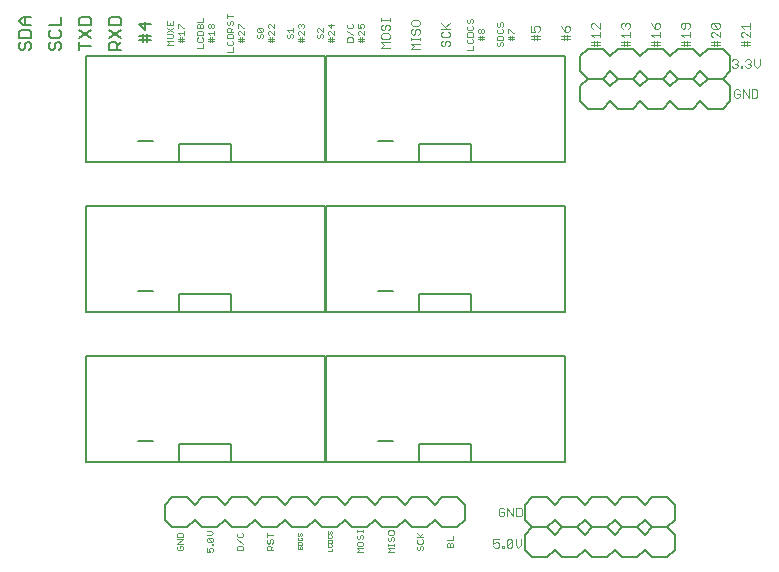
<source format=gto>
G75*
%MOIN*%
%OFA0B0*%
%FSLAX25Y25*%
%IPPOS*%
%LPD*%
%AMOC8*
5,1,8,0,0,1.08239X$1,22.5*
%
%ADD10C,0.00500*%
%ADD11C,0.00300*%
%ADD12C,0.00400*%
%ADD13C,0.00200*%
%ADD14C,0.00800*%
D10*
X0012664Y0175535D02*
X0013331Y0175535D01*
X0013998Y0176202D01*
X0013998Y0177536D01*
X0014666Y0178204D01*
X0015333Y0178204D01*
X0016000Y0177536D01*
X0016000Y0176202D01*
X0015333Y0175535D01*
X0012664Y0175535D02*
X0011997Y0176202D01*
X0011997Y0177536D01*
X0012664Y0178204D01*
X0011997Y0179678D02*
X0011997Y0181680D01*
X0012664Y0182347D01*
X0015333Y0182347D01*
X0016000Y0181680D01*
X0016000Y0179678D01*
X0011997Y0179678D01*
X0013331Y0183822D02*
X0011997Y0185156D01*
X0013331Y0186491D01*
X0016000Y0186491D01*
X0013998Y0186491D02*
X0013998Y0183822D01*
X0013331Y0183822D02*
X0016000Y0183822D01*
X0021997Y0183822D02*
X0026000Y0183822D01*
X0026000Y0186491D01*
X0025333Y0182347D02*
X0026000Y0181680D01*
X0026000Y0180345D01*
X0025333Y0179678D01*
X0022664Y0179678D01*
X0021997Y0180345D01*
X0021997Y0181680D01*
X0022664Y0182347D01*
X0022664Y0178204D02*
X0021997Y0177536D01*
X0021997Y0176202D01*
X0022664Y0175535D01*
X0023331Y0175535D01*
X0023998Y0176202D01*
X0023998Y0177536D01*
X0024666Y0178204D01*
X0025333Y0178204D01*
X0026000Y0177536D01*
X0026000Y0176202D01*
X0025333Y0175535D01*
X0031997Y0175535D02*
X0031997Y0178204D01*
X0031997Y0176869D02*
X0036000Y0176869D01*
X0036000Y0179678D02*
X0031997Y0182347D01*
X0031997Y0183822D02*
X0031997Y0185823D01*
X0032664Y0186491D01*
X0035333Y0186491D01*
X0036000Y0185823D01*
X0036000Y0183822D01*
X0031997Y0183822D01*
X0031997Y0179678D02*
X0036000Y0182347D01*
X0041997Y0182347D02*
X0046000Y0179678D01*
X0046000Y0178204D02*
X0044666Y0176869D01*
X0044666Y0177536D02*
X0044666Y0175535D01*
X0046000Y0175535D02*
X0041997Y0175535D01*
X0041997Y0177536D01*
X0042664Y0178204D01*
X0043998Y0178204D01*
X0044666Y0177536D01*
X0041997Y0179678D02*
X0046000Y0182347D01*
X0046000Y0183822D02*
X0041997Y0183822D01*
X0041997Y0185823D01*
X0042664Y0186491D01*
X0045333Y0186491D01*
X0046000Y0185823D01*
X0046000Y0183822D01*
X0051997Y0184252D02*
X0053998Y0182250D01*
X0053998Y0184919D01*
X0051997Y0184252D02*
X0056000Y0184252D01*
X0054666Y0180775D02*
X0054666Y0178106D01*
X0053331Y0178106D02*
X0053331Y0180108D01*
X0053331Y0180775D01*
X0051997Y0180108D02*
X0056000Y0180108D01*
X0056000Y0178774D02*
X0051997Y0178774D01*
D11*
X0061148Y0178631D02*
X0061849Y0177931D01*
X0061148Y0177230D01*
X0063250Y0177230D01*
X0063250Y0178631D02*
X0061148Y0178631D01*
X0061148Y0179440D02*
X0062900Y0179440D01*
X0063250Y0179790D01*
X0063250Y0180491D01*
X0062900Y0180841D01*
X0061148Y0180841D01*
X0061148Y0181650D02*
X0063250Y0183051D01*
X0063250Y0183860D02*
X0063250Y0185261D01*
X0062199Y0184560D02*
X0062199Y0183860D01*
X0061148Y0183860D02*
X0063250Y0183860D01*
X0064748Y0184156D02*
X0065099Y0184156D01*
X0066500Y0182755D01*
X0066850Y0182755D01*
X0066850Y0181946D02*
X0066850Y0180545D01*
X0066850Y0181246D02*
X0064748Y0181246D01*
X0065449Y0180545D01*
X0065449Y0179736D02*
X0065449Y0179386D01*
X0065449Y0178335D01*
X0066149Y0178335D02*
X0066149Y0179736D01*
X0066850Y0179386D02*
X0064748Y0179386D01*
X0064748Y0178685D02*
X0066850Y0178685D01*
X0063250Y0181650D02*
X0061148Y0183051D01*
X0061148Y0183860D02*
X0061148Y0185261D01*
X0064748Y0184156D02*
X0064748Y0182755D01*
X0071148Y0182755D02*
X0071148Y0183806D01*
X0071499Y0184156D01*
X0071849Y0184156D01*
X0072199Y0183806D01*
X0072199Y0182755D01*
X0073250Y0182755D02*
X0071148Y0182755D01*
X0071499Y0181946D02*
X0071148Y0181596D01*
X0071148Y0180545D01*
X0073250Y0180545D01*
X0073250Y0181596D01*
X0072900Y0181946D01*
X0071499Y0181946D01*
X0073250Y0182755D02*
X0073250Y0183806D01*
X0072900Y0184156D01*
X0072549Y0184156D01*
X0072199Y0183806D01*
X0071148Y0184965D02*
X0073250Y0184965D01*
X0073250Y0186366D01*
X0075099Y0184156D02*
X0075449Y0184156D01*
X0075799Y0183806D01*
X0075799Y0183105D01*
X0075449Y0182755D01*
X0075099Y0182755D01*
X0074748Y0183105D01*
X0074748Y0183806D01*
X0075099Y0184156D01*
X0075799Y0183806D02*
X0076149Y0184156D01*
X0076500Y0184156D01*
X0076850Y0183806D01*
X0076850Y0183105D01*
X0076500Y0182755D01*
X0076149Y0182755D01*
X0075799Y0183105D01*
X0076850Y0181946D02*
X0076850Y0180545D01*
X0076850Y0181246D02*
X0074748Y0181246D01*
X0075449Y0180545D01*
X0075449Y0179736D02*
X0075449Y0179386D01*
X0075449Y0178335D01*
X0076149Y0178335D02*
X0076149Y0179736D01*
X0076850Y0179386D02*
X0074748Y0179386D01*
X0074748Y0178685D02*
X0076850Y0178685D01*
X0081148Y0178281D02*
X0081148Y0177581D01*
X0081499Y0177230D01*
X0082900Y0177230D01*
X0083250Y0177581D01*
X0083250Y0178281D01*
X0082900Y0178631D01*
X0083250Y0179440D02*
X0083250Y0180491D01*
X0082900Y0180841D01*
X0081499Y0180841D01*
X0081148Y0180491D01*
X0081148Y0179440D01*
X0083250Y0179440D01*
X0084748Y0179386D02*
X0086850Y0179386D01*
X0086850Y0178685D02*
X0084748Y0178685D01*
X0085449Y0178335D02*
X0085449Y0179386D01*
X0085449Y0179736D01*
X0086149Y0179736D02*
X0086149Y0178335D01*
X0086850Y0180545D02*
X0085449Y0181946D01*
X0085099Y0181946D01*
X0084748Y0181596D01*
X0084748Y0180895D01*
X0085099Y0180545D01*
X0086850Y0180545D02*
X0086850Y0181946D01*
X0086850Y0182755D02*
X0086500Y0182755D01*
X0085099Y0184156D01*
X0084748Y0184156D01*
X0084748Y0182755D01*
X0083250Y0183051D02*
X0082549Y0182351D01*
X0082549Y0182701D02*
X0082549Y0181650D01*
X0083250Y0181650D02*
X0081148Y0181650D01*
X0081148Y0182701D01*
X0081499Y0183051D01*
X0082199Y0183051D01*
X0082549Y0182701D01*
X0082900Y0183860D02*
X0083250Y0184210D01*
X0083250Y0184911D01*
X0082900Y0185261D01*
X0082549Y0185261D01*
X0082199Y0184911D01*
X0082199Y0184210D01*
X0081849Y0183860D01*
X0081499Y0183860D01*
X0081148Y0184210D01*
X0081148Y0184911D01*
X0081499Y0185261D01*
X0081148Y0186070D02*
X0081148Y0187471D01*
X0081148Y0186770D02*
X0083250Y0186770D01*
X0081499Y0178631D02*
X0081148Y0178281D01*
X0083250Y0176422D02*
X0083250Y0175020D01*
X0081148Y0175020D01*
X0073250Y0176125D02*
X0073250Y0177526D01*
X0072900Y0178335D02*
X0073250Y0178685D01*
X0073250Y0179386D01*
X0072900Y0179736D01*
X0072900Y0178335D02*
X0071499Y0178335D01*
X0071148Y0178685D01*
X0071148Y0179386D01*
X0071499Y0179736D01*
X0071148Y0176125D02*
X0073250Y0176125D01*
X0091148Y0179790D02*
X0091499Y0179440D01*
X0091849Y0179440D01*
X0092199Y0179790D01*
X0092199Y0180491D01*
X0092549Y0180841D01*
X0092900Y0180841D01*
X0093250Y0180491D01*
X0093250Y0179790D01*
X0092900Y0179440D01*
X0091148Y0179790D02*
X0091148Y0180491D01*
X0091499Y0180841D01*
X0091499Y0181650D02*
X0091148Y0182000D01*
X0091148Y0182701D01*
X0091499Y0183051D01*
X0092900Y0181650D01*
X0093250Y0182000D01*
X0093250Y0182701D01*
X0092900Y0183051D01*
X0091499Y0183051D01*
X0091499Y0181650D02*
X0092900Y0181650D01*
X0094748Y0181596D02*
X0094748Y0180895D01*
X0095099Y0180545D01*
X0095449Y0179736D02*
X0095449Y0179386D01*
X0095449Y0178335D01*
X0096149Y0178335D02*
X0096149Y0179736D01*
X0096850Y0179386D02*
X0094748Y0179386D01*
X0094748Y0178685D02*
X0096850Y0178685D01*
X0096850Y0180545D02*
X0095449Y0181946D01*
X0095099Y0181946D01*
X0094748Y0181596D01*
X0095099Y0182755D02*
X0094748Y0183105D01*
X0094748Y0183806D01*
X0095099Y0184156D01*
X0095449Y0184156D01*
X0096850Y0182755D01*
X0096850Y0184156D01*
X0096850Y0181946D02*
X0096850Y0180545D01*
X0101148Y0180491D02*
X0101148Y0179790D01*
X0101499Y0179440D01*
X0101849Y0179440D01*
X0102199Y0179790D01*
X0102199Y0180491D01*
X0102549Y0180841D01*
X0102900Y0180841D01*
X0103250Y0180491D01*
X0103250Y0179790D01*
X0102900Y0179440D01*
X0104748Y0179386D02*
X0106850Y0179386D01*
X0106850Y0178685D02*
X0104748Y0178685D01*
X0105449Y0178335D02*
X0105449Y0179386D01*
X0105449Y0179736D01*
X0106149Y0179736D02*
X0106149Y0178335D01*
X0106850Y0180545D02*
X0105449Y0181946D01*
X0105099Y0181946D01*
X0104748Y0181596D01*
X0104748Y0180895D01*
X0105099Y0180545D01*
X0106850Y0180545D02*
X0106850Y0181946D01*
X0106500Y0182755D02*
X0106850Y0183105D01*
X0106850Y0183806D01*
X0106500Y0184156D01*
X0106149Y0184156D01*
X0105799Y0183806D01*
X0105799Y0183456D01*
X0105799Y0183806D02*
X0105449Y0184156D01*
X0105099Y0184156D01*
X0104748Y0183806D01*
X0104748Y0183105D01*
X0105099Y0182755D01*
X0103250Y0183051D02*
X0103250Y0181650D01*
X0103250Y0182351D02*
X0101148Y0182351D01*
X0101849Y0181650D01*
X0101499Y0180841D02*
X0101148Y0180491D01*
X0111148Y0180491D02*
X0111148Y0179790D01*
X0111499Y0179440D01*
X0111849Y0179440D01*
X0112199Y0179790D01*
X0112199Y0180491D01*
X0112549Y0180841D01*
X0112900Y0180841D01*
X0113250Y0180491D01*
X0113250Y0179790D01*
X0112900Y0179440D01*
X0114748Y0179386D02*
X0116850Y0179386D01*
X0116850Y0178685D02*
X0114748Y0178685D01*
X0115449Y0178335D02*
X0115449Y0179386D01*
X0115449Y0179736D01*
X0116149Y0179736D02*
X0116149Y0178335D01*
X0116850Y0180545D02*
X0115449Y0181946D01*
X0115099Y0181946D01*
X0114748Y0181596D01*
X0114748Y0180895D01*
X0115099Y0180545D01*
X0116850Y0180545D02*
X0116850Y0181946D01*
X0115799Y0182755D02*
X0114748Y0183806D01*
X0116850Y0183806D01*
X0115799Y0184156D02*
X0115799Y0182755D01*
X0113250Y0183051D02*
X0113250Y0181650D01*
X0111849Y0183051D01*
X0111499Y0183051D01*
X0111148Y0182701D01*
X0111148Y0182000D01*
X0111499Y0181650D01*
X0111499Y0180841D02*
X0111148Y0180491D01*
X0121148Y0179386D02*
X0121148Y0178335D01*
X0123250Y0178335D01*
X0123250Y0179386D01*
X0122900Y0179736D01*
X0121499Y0179736D01*
X0121148Y0179386D01*
X0123250Y0180545D02*
X0121148Y0181946D01*
X0121499Y0182755D02*
X0122900Y0182755D01*
X0123250Y0183105D01*
X0123250Y0183806D01*
X0122900Y0184156D01*
X0121499Y0184156D02*
X0121148Y0183806D01*
X0121148Y0183105D01*
X0121499Y0182755D01*
X0124748Y0182755D02*
X0125799Y0182755D01*
X0125449Y0183456D01*
X0125449Y0183806D01*
X0125799Y0184156D01*
X0126500Y0184156D01*
X0126850Y0183806D01*
X0126850Y0183105D01*
X0126500Y0182755D01*
X0126850Y0181946D02*
X0126850Y0180545D01*
X0125449Y0181946D01*
X0125099Y0181946D01*
X0124748Y0181596D01*
X0124748Y0180895D01*
X0125099Y0180545D01*
X0125449Y0179736D02*
X0125449Y0179386D01*
X0125449Y0178335D01*
X0126149Y0178335D02*
X0126149Y0179736D01*
X0126850Y0179386D02*
X0124748Y0179386D01*
X0124748Y0178685D02*
X0126850Y0178685D01*
X0124748Y0182755D02*
X0124748Y0184156D01*
X0161148Y0184815D02*
X0161499Y0184465D01*
X0161849Y0184465D01*
X0162199Y0184815D01*
X0162199Y0185516D01*
X0162549Y0185866D01*
X0162900Y0185866D01*
X0163250Y0185516D01*
X0163250Y0184815D01*
X0162900Y0184465D01*
X0162900Y0183656D02*
X0163250Y0183306D01*
X0163250Y0182605D01*
X0162900Y0182255D01*
X0161499Y0182255D01*
X0161148Y0182605D01*
X0161148Y0183306D01*
X0161499Y0183656D01*
X0161148Y0184815D02*
X0161148Y0185516D01*
X0161499Y0185866D01*
X0161499Y0181446D02*
X0161148Y0181096D01*
X0161148Y0180045D01*
X0163250Y0180045D01*
X0163250Y0181096D01*
X0162900Y0181446D01*
X0161499Y0181446D01*
X0161499Y0179236D02*
X0161148Y0178886D01*
X0161148Y0178185D01*
X0161499Y0177835D01*
X0162900Y0177835D01*
X0163250Y0178185D01*
X0163250Y0178886D01*
X0162900Y0179236D01*
X0164748Y0179290D02*
X0166850Y0179290D01*
X0166850Y0179991D02*
X0164748Y0179991D01*
X0165449Y0179991D02*
X0165449Y0180341D01*
X0165449Y0179991D02*
X0165449Y0178940D01*
X0166149Y0178940D02*
X0166149Y0180341D01*
X0166149Y0181150D02*
X0165799Y0181500D01*
X0165799Y0182201D01*
X0166149Y0182551D01*
X0166500Y0182551D01*
X0166850Y0182201D01*
X0166850Y0181500D01*
X0166500Y0181150D01*
X0166149Y0181150D01*
X0165799Y0181500D02*
X0165449Y0181150D01*
X0165099Y0181150D01*
X0164748Y0181500D01*
X0164748Y0182201D01*
X0165099Y0182551D01*
X0165449Y0182551D01*
X0165799Y0182201D01*
X0171148Y0182201D02*
X0171148Y0181500D01*
X0171499Y0181150D01*
X0172900Y0181150D01*
X0173250Y0181500D01*
X0173250Y0182201D01*
X0172900Y0182551D01*
X0172900Y0183360D02*
X0173250Y0183710D01*
X0173250Y0184411D01*
X0172900Y0184761D01*
X0172549Y0184761D01*
X0172199Y0184411D01*
X0172199Y0183710D01*
X0171849Y0183360D01*
X0171499Y0183360D01*
X0171148Y0183710D01*
X0171148Y0184411D01*
X0171499Y0184761D01*
X0171499Y0182551D02*
X0171148Y0182201D01*
X0171499Y0180341D02*
X0171148Y0179991D01*
X0171148Y0178940D01*
X0173250Y0178940D01*
X0173250Y0179991D01*
X0172900Y0180341D01*
X0171499Y0180341D01*
X0171499Y0178131D02*
X0171148Y0177781D01*
X0171148Y0177081D01*
X0171499Y0176730D01*
X0171849Y0176730D01*
X0172199Y0177081D01*
X0172199Y0177781D01*
X0172549Y0178131D01*
X0172900Y0178131D01*
X0173250Y0177781D01*
X0173250Y0177081D01*
X0172900Y0176730D01*
X0174748Y0179290D02*
X0176850Y0179290D01*
X0176850Y0179991D02*
X0174748Y0179991D01*
X0175449Y0179991D02*
X0175449Y0180341D01*
X0175449Y0179991D02*
X0175449Y0178940D01*
X0176149Y0178940D02*
X0176149Y0180341D01*
X0176500Y0181150D02*
X0175099Y0182551D01*
X0174748Y0182551D01*
X0174748Y0181150D01*
X0176500Y0181150D02*
X0176850Y0181150D01*
X0163250Y0177026D02*
X0163250Y0175625D01*
X0161148Y0175625D01*
X0146550Y0014656D02*
X0145499Y0013605D01*
X0145849Y0013255D02*
X0144448Y0014656D01*
X0144448Y0013255D02*
X0146550Y0013255D01*
X0146200Y0012446D02*
X0146550Y0012096D01*
X0146550Y0011395D01*
X0146200Y0011045D01*
X0144799Y0011045D01*
X0144448Y0011395D01*
X0144448Y0012096D01*
X0144799Y0012446D01*
X0144799Y0010236D02*
X0144448Y0009886D01*
X0144448Y0009185D01*
X0144799Y0008835D01*
X0145149Y0008835D01*
X0145499Y0009185D01*
X0145499Y0009886D01*
X0145849Y0010236D01*
X0146200Y0010236D01*
X0146550Y0009886D01*
X0146550Y0009185D01*
X0146200Y0008835D01*
X0154448Y0009940D02*
X0154448Y0010991D01*
X0154799Y0011341D01*
X0155149Y0011341D01*
X0155499Y0010991D01*
X0155499Y0009940D01*
X0156550Y0009940D02*
X0154448Y0009940D01*
X0155499Y0010991D02*
X0155849Y0011341D01*
X0156200Y0011341D01*
X0156550Y0010991D01*
X0156550Y0009940D01*
X0156550Y0012150D02*
X0154448Y0012150D01*
X0156550Y0012150D02*
X0156550Y0013551D01*
X0137050Y0012833D02*
X0137050Y0012132D01*
X0136700Y0011782D01*
X0135999Y0012132D02*
X0135999Y0012833D01*
X0136349Y0013183D01*
X0136700Y0013183D01*
X0137050Y0012833D01*
X0136700Y0013992D02*
X0135299Y0013992D01*
X0134948Y0014342D01*
X0134948Y0015042D01*
X0135299Y0015393D01*
X0136700Y0015393D01*
X0137050Y0015042D01*
X0137050Y0014342D01*
X0136700Y0013992D01*
X0135299Y0013183D02*
X0134948Y0012833D01*
X0134948Y0012132D01*
X0135299Y0011782D01*
X0135649Y0011782D01*
X0135999Y0012132D01*
X0134948Y0011009D02*
X0134948Y0010308D01*
X0134948Y0010659D02*
X0137050Y0010659D01*
X0137050Y0011009D02*
X0137050Y0010308D01*
X0137050Y0009500D02*
X0134948Y0009500D01*
X0135649Y0008799D01*
X0134948Y0008099D01*
X0137050Y0008099D01*
X0126550Y0008099D02*
X0124448Y0008099D01*
X0125149Y0008799D01*
X0124448Y0009500D01*
X0126550Y0009500D01*
X0126200Y0010308D02*
X0126550Y0010659D01*
X0126550Y0011359D01*
X0126200Y0011710D01*
X0124799Y0011710D01*
X0124448Y0011359D01*
X0124448Y0010659D01*
X0124799Y0010308D01*
X0126200Y0010308D01*
X0126200Y0012518D02*
X0126550Y0012869D01*
X0126550Y0013569D01*
X0126200Y0013920D01*
X0125849Y0013920D01*
X0125499Y0013569D01*
X0125499Y0012869D01*
X0125149Y0012518D01*
X0124799Y0012518D01*
X0124448Y0012869D01*
X0124448Y0013569D01*
X0124799Y0013920D01*
X0124448Y0014728D02*
X0124448Y0015429D01*
X0124448Y0015078D02*
X0126550Y0015078D01*
X0126550Y0014728D02*
X0126550Y0015429D01*
X0096550Y0013956D02*
X0094448Y0013956D01*
X0094448Y0014656D02*
X0094448Y0013255D01*
X0094799Y0012446D02*
X0094448Y0012096D01*
X0094448Y0011395D01*
X0094799Y0011045D01*
X0095149Y0011045D01*
X0095499Y0011395D01*
X0095499Y0012096D01*
X0095849Y0012446D01*
X0096200Y0012446D01*
X0096550Y0012096D01*
X0096550Y0011395D01*
X0096200Y0011045D01*
X0096550Y0010236D02*
X0095849Y0009536D01*
X0095849Y0009886D02*
X0095849Y0008835D01*
X0096550Y0008835D02*
X0094448Y0008835D01*
X0094448Y0009886D01*
X0094799Y0010236D01*
X0095499Y0010236D01*
X0095849Y0009886D01*
X0086550Y0009886D02*
X0086550Y0008835D01*
X0084448Y0008835D01*
X0084448Y0009886D01*
X0084799Y0010236D01*
X0086200Y0010236D01*
X0086550Y0009886D01*
X0086550Y0011045D02*
X0084448Y0012446D01*
X0084799Y0013255D02*
X0086200Y0013255D01*
X0086550Y0013605D01*
X0086550Y0014306D01*
X0086200Y0014656D01*
X0084799Y0014656D02*
X0084448Y0014306D01*
X0084448Y0013605D01*
X0084799Y0013255D01*
X0076550Y0012648D02*
X0076550Y0011948D01*
X0076200Y0011598D01*
X0074799Y0012999D01*
X0076200Y0012999D01*
X0076550Y0012648D01*
X0076200Y0011598D02*
X0074799Y0011598D01*
X0074448Y0011948D01*
X0074448Y0012648D01*
X0074799Y0012999D01*
X0074448Y0013807D02*
X0075849Y0013807D01*
X0076550Y0014508D01*
X0075849Y0015209D01*
X0074448Y0015209D01*
X0076200Y0010843D02*
X0076550Y0010843D01*
X0076550Y0010493D01*
X0076200Y0010493D01*
X0076200Y0010843D01*
X0076200Y0009684D02*
X0076550Y0009334D01*
X0076550Y0008633D01*
X0076200Y0008283D01*
X0075499Y0008283D02*
X0075149Y0008983D01*
X0075149Y0009334D01*
X0075499Y0009684D01*
X0076200Y0009684D01*
X0075499Y0008283D02*
X0074448Y0008283D01*
X0074448Y0009684D01*
X0066550Y0009886D02*
X0066200Y0010236D01*
X0065499Y0010236D01*
X0065499Y0009536D01*
X0064799Y0010236D02*
X0064448Y0009886D01*
X0064448Y0009185D01*
X0064799Y0008835D01*
X0066200Y0008835D01*
X0066550Y0009185D01*
X0066550Y0009886D01*
X0066550Y0011045D02*
X0064448Y0011045D01*
X0066550Y0012446D01*
X0064448Y0012446D01*
X0064448Y0013255D02*
X0064448Y0014306D01*
X0064799Y0014656D01*
X0066200Y0014656D01*
X0066550Y0014306D01*
X0066550Y0013255D01*
X0064448Y0013255D01*
D12*
X0170044Y0012402D02*
X0170044Y0011001D01*
X0170978Y0011468D01*
X0171445Y0011468D01*
X0171912Y0011001D01*
X0171912Y0010067D01*
X0171445Y0009600D01*
X0170511Y0009600D01*
X0170044Y0010067D01*
X0170044Y0012402D02*
X0171912Y0012402D01*
X0172990Y0010067D02*
X0173457Y0010067D01*
X0173457Y0009600D01*
X0172990Y0009600D01*
X0172990Y0010067D01*
X0174463Y0010067D02*
X0176332Y0011935D01*
X0176332Y0010067D01*
X0175865Y0009600D01*
X0174930Y0009600D01*
X0174463Y0010067D01*
X0174463Y0011935D01*
X0174930Y0012402D01*
X0175865Y0012402D01*
X0176332Y0011935D01*
X0177410Y0012402D02*
X0177410Y0010534D01*
X0178344Y0009600D01*
X0179278Y0010534D01*
X0179278Y0012402D01*
X0179074Y0020100D02*
X0177673Y0020100D01*
X0177673Y0022902D01*
X0179074Y0022902D01*
X0179542Y0022435D01*
X0179542Y0020567D01*
X0179074Y0020100D01*
X0176595Y0020100D02*
X0176595Y0022902D01*
X0174727Y0022902D02*
X0176595Y0020100D01*
X0174727Y0020100D02*
X0174727Y0022902D01*
X0173648Y0022435D02*
X0173181Y0022902D01*
X0172247Y0022902D01*
X0171780Y0022435D01*
X0171780Y0020567D01*
X0172247Y0020100D01*
X0173181Y0020100D01*
X0173648Y0020567D01*
X0173648Y0021501D01*
X0172714Y0021501D01*
X0250747Y0159600D02*
X0251681Y0159600D01*
X0252148Y0160067D01*
X0252148Y0161001D01*
X0251214Y0161001D01*
X0250280Y0160067D02*
X0250747Y0159600D01*
X0250280Y0160067D02*
X0250280Y0161935D01*
X0250747Y0162402D01*
X0251681Y0162402D01*
X0252148Y0161935D01*
X0253227Y0162402D02*
X0253227Y0159600D01*
X0255095Y0159600D02*
X0255095Y0162402D01*
X0256173Y0162402D02*
X0257574Y0162402D01*
X0258042Y0161935D01*
X0258042Y0160067D01*
X0257574Y0159600D01*
X0256173Y0159600D01*
X0256173Y0162402D01*
X0253227Y0162402D02*
X0255095Y0159600D01*
X0255365Y0169600D02*
X0254430Y0169600D01*
X0253963Y0170067D01*
X0252957Y0170067D02*
X0252957Y0169600D01*
X0252490Y0169600D01*
X0252490Y0170067D01*
X0252957Y0170067D01*
X0251412Y0170067D02*
X0250945Y0169600D01*
X0250011Y0169600D01*
X0249544Y0170067D01*
X0250478Y0171001D02*
X0250945Y0171001D01*
X0251412Y0170534D01*
X0251412Y0170067D01*
X0250945Y0171001D02*
X0251412Y0171468D01*
X0251412Y0171935D01*
X0250945Y0172402D01*
X0250011Y0172402D01*
X0249544Y0171935D01*
X0253963Y0171935D02*
X0254430Y0172402D01*
X0255365Y0172402D01*
X0255832Y0171935D01*
X0255832Y0171468D01*
X0255365Y0171001D01*
X0255832Y0170534D01*
X0255832Y0170067D01*
X0255365Y0169600D01*
X0255365Y0171001D02*
X0254897Y0171001D01*
X0256910Y0170534D02*
X0256910Y0172402D01*
X0256910Y0170534D02*
X0257844Y0169600D01*
X0258778Y0170534D01*
X0258778Y0172402D01*
X0255400Y0177247D02*
X0252598Y0177247D01*
X0252598Y0178181D02*
X0255400Y0178181D01*
X0254466Y0178648D02*
X0254466Y0176780D01*
X0253532Y0176780D02*
X0253532Y0178181D01*
X0253532Y0178648D01*
X0253065Y0179727D02*
X0252598Y0180194D01*
X0252598Y0181128D01*
X0253065Y0181595D01*
X0253532Y0181595D01*
X0255400Y0179727D01*
X0255400Y0181595D01*
X0255400Y0182673D02*
X0255400Y0184542D01*
X0255400Y0183607D02*
X0252598Y0183607D01*
X0253532Y0182673D01*
X0245400Y0183140D02*
X0244933Y0182673D01*
X0243065Y0184542D01*
X0244933Y0184542D01*
X0245400Y0184074D01*
X0245400Y0183140D01*
X0244933Y0182673D02*
X0243065Y0182673D01*
X0242598Y0183140D01*
X0242598Y0184074D01*
X0243065Y0184542D01*
X0243065Y0181595D02*
X0242598Y0181128D01*
X0242598Y0180194D01*
X0243065Y0179727D01*
X0243532Y0178648D02*
X0243532Y0178181D01*
X0243532Y0176780D01*
X0244466Y0176780D02*
X0244466Y0178648D01*
X0245400Y0178181D02*
X0242598Y0178181D01*
X0242598Y0177247D02*
X0245400Y0177247D01*
X0245400Y0179727D02*
X0243532Y0181595D01*
X0243065Y0181595D01*
X0245400Y0181595D02*
X0245400Y0179727D01*
X0235400Y0179727D02*
X0235400Y0181595D01*
X0235400Y0180661D02*
X0232598Y0180661D01*
X0233532Y0179727D01*
X0233532Y0178648D02*
X0233532Y0178181D01*
X0233532Y0176780D01*
X0234466Y0176780D02*
X0234466Y0178648D01*
X0235400Y0178181D02*
X0232598Y0178181D01*
X0232598Y0177247D02*
X0235400Y0177247D01*
X0234933Y0182673D02*
X0235400Y0183140D01*
X0235400Y0184074D01*
X0234933Y0184542D01*
X0233065Y0184542D01*
X0232598Y0184074D01*
X0232598Y0183140D01*
X0233065Y0182673D01*
X0233532Y0182673D01*
X0233999Y0183140D01*
X0233999Y0184542D01*
X0225400Y0184074D02*
X0224933Y0184542D01*
X0224466Y0184542D01*
X0223999Y0184074D01*
X0223999Y0182673D01*
X0224933Y0182673D01*
X0225400Y0183140D01*
X0225400Y0184074D01*
X0223999Y0182673D02*
X0223065Y0183607D01*
X0222598Y0184542D01*
X0222598Y0180661D02*
X0225400Y0180661D01*
X0225400Y0179727D02*
X0225400Y0181595D01*
X0223532Y0179727D02*
X0222598Y0180661D01*
X0223532Y0178648D02*
X0223532Y0178181D01*
X0223532Y0176780D01*
X0224466Y0176780D02*
X0224466Y0178648D01*
X0225400Y0178181D02*
X0222598Y0178181D01*
X0222598Y0177247D02*
X0225400Y0177247D01*
X0215400Y0177247D02*
X0212598Y0177247D01*
X0212598Y0178181D02*
X0215400Y0178181D01*
X0214466Y0178648D02*
X0214466Y0176780D01*
X0213532Y0176780D02*
X0213532Y0178181D01*
X0213532Y0178648D01*
X0213532Y0179727D02*
X0212598Y0180661D01*
X0215400Y0180661D01*
X0215400Y0179727D02*
X0215400Y0181595D01*
X0214933Y0182673D02*
X0215400Y0183140D01*
X0215400Y0184074D01*
X0214933Y0184542D01*
X0214466Y0184542D01*
X0213999Y0184074D01*
X0213999Y0183607D01*
X0213999Y0184074D02*
X0213532Y0184542D01*
X0213065Y0184542D01*
X0212598Y0184074D01*
X0212598Y0183140D01*
X0213065Y0182673D01*
X0205400Y0182673D02*
X0203532Y0184542D01*
X0203065Y0184542D01*
X0202598Y0184074D01*
X0202598Y0183140D01*
X0203065Y0182673D01*
X0202598Y0180661D02*
X0205400Y0180661D01*
X0205400Y0179727D02*
X0205400Y0181595D01*
X0205400Y0182673D02*
X0205400Y0184542D01*
X0202598Y0180661D02*
X0203532Y0179727D01*
X0203532Y0178648D02*
X0203532Y0178181D01*
X0203532Y0176780D01*
X0204466Y0176780D02*
X0204466Y0178648D01*
X0205400Y0178181D02*
X0202598Y0178181D01*
X0202598Y0177247D02*
X0205400Y0177247D01*
X0195400Y0179221D02*
X0192598Y0179221D01*
X0192598Y0180155D02*
X0195400Y0180155D01*
X0194466Y0180622D02*
X0194466Y0178753D01*
X0193532Y0178753D02*
X0193532Y0180155D01*
X0193532Y0180622D01*
X0193999Y0181700D02*
X0193065Y0182634D01*
X0192598Y0183568D01*
X0193999Y0183101D02*
X0193999Y0181700D01*
X0194933Y0181700D01*
X0195400Y0182167D01*
X0195400Y0183101D01*
X0194933Y0183568D01*
X0194466Y0183568D01*
X0193999Y0183101D01*
X0185400Y0183101D02*
X0185400Y0182167D01*
X0184933Y0181700D01*
X0183999Y0181700D02*
X0183532Y0182634D01*
X0183532Y0183101D01*
X0183999Y0183568D01*
X0184933Y0183568D01*
X0185400Y0183101D01*
X0183999Y0181700D02*
X0182598Y0181700D01*
X0182598Y0183568D01*
X0183532Y0180622D02*
X0183532Y0180155D01*
X0183532Y0178753D01*
X0184466Y0178753D02*
X0184466Y0180622D01*
X0185400Y0180155D02*
X0182598Y0180155D01*
X0182598Y0179221D02*
X0185400Y0179221D01*
X0155400Y0180194D02*
X0155400Y0181128D01*
X0154933Y0181595D01*
X0155400Y0182673D02*
X0152598Y0182673D01*
X0153065Y0181595D02*
X0152598Y0181128D01*
X0152598Y0180194D01*
X0153065Y0179727D01*
X0154933Y0179727D01*
X0155400Y0180194D01*
X0154933Y0178648D02*
X0155400Y0178181D01*
X0155400Y0177247D01*
X0154933Y0176780D01*
X0153999Y0177247D02*
X0153999Y0178181D01*
X0154466Y0178648D01*
X0154933Y0178648D01*
X0153999Y0177247D02*
X0153532Y0176780D01*
X0153065Y0176780D01*
X0152598Y0177247D01*
X0152598Y0178181D01*
X0153065Y0178648D01*
X0154466Y0182673D02*
X0152598Y0184542D01*
X0153999Y0183140D02*
X0155400Y0184542D01*
X0145400Y0184123D02*
X0145400Y0185057D01*
X0144933Y0185524D01*
X0143065Y0185524D01*
X0142598Y0185057D01*
X0142598Y0184123D01*
X0143065Y0183655D01*
X0144933Y0183655D01*
X0145400Y0184123D01*
X0144933Y0182577D02*
X0145400Y0182110D01*
X0145400Y0181176D01*
X0144933Y0180709D01*
X0143999Y0181176D02*
X0143999Y0182110D01*
X0144466Y0182577D01*
X0144933Y0182577D01*
X0143999Y0181176D02*
X0143532Y0180709D01*
X0143065Y0180709D01*
X0142598Y0181176D01*
X0142598Y0182110D01*
X0143065Y0182577D01*
X0142598Y0179679D02*
X0142598Y0178745D01*
X0142598Y0179212D02*
X0145400Y0179212D01*
X0145400Y0178745D02*
X0145400Y0179679D01*
X0145400Y0177666D02*
X0142598Y0177666D01*
X0143532Y0176732D01*
X0142598Y0175798D01*
X0145400Y0175798D01*
X0135400Y0176298D02*
X0132598Y0176298D01*
X0133532Y0177232D01*
X0132598Y0178166D01*
X0135400Y0178166D01*
X0134933Y0179245D02*
X0133065Y0179245D01*
X0132598Y0179712D01*
X0132598Y0180646D01*
X0133065Y0181113D01*
X0134933Y0181113D01*
X0135400Y0180646D01*
X0135400Y0179712D01*
X0134933Y0179245D01*
X0134933Y0182191D02*
X0135400Y0182658D01*
X0135400Y0183592D01*
X0134933Y0184059D01*
X0134466Y0184059D01*
X0133999Y0183592D01*
X0133999Y0182658D01*
X0133532Y0182191D01*
X0133065Y0182191D01*
X0132598Y0182658D01*
X0132598Y0183592D01*
X0133065Y0184059D01*
X0132598Y0185138D02*
X0132598Y0186072D01*
X0132598Y0185605D02*
X0135400Y0185605D01*
X0135400Y0185138D02*
X0135400Y0186072D01*
D13*
X0115966Y0015244D02*
X0116200Y0015010D01*
X0116200Y0014543D01*
X0115966Y0014310D01*
X0115499Y0014543D02*
X0115499Y0015010D01*
X0115733Y0015244D01*
X0115966Y0015244D01*
X0115499Y0014543D02*
X0115266Y0014310D01*
X0115032Y0014310D01*
X0114799Y0014543D01*
X0114799Y0015010D01*
X0115032Y0015244D01*
X0115032Y0013771D02*
X0114799Y0013537D01*
X0114799Y0013070D01*
X0115032Y0012837D01*
X0115966Y0012837D01*
X0116200Y0013070D01*
X0116200Y0013537D01*
X0115966Y0013771D01*
X0115966Y0012297D02*
X0115032Y0012297D01*
X0114799Y0012064D01*
X0114799Y0011363D01*
X0116200Y0011363D01*
X0116200Y0012064D01*
X0115966Y0012297D01*
X0115966Y0010824D02*
X0116200Y0010591D01*
X0116200Y0010124D01*
X0115966Y0009890D01*
X0115032Y0009890D01*
X0114799Y0010124D01*
X0114799Y0010591D01*
X0115032Y0010824D01*
X0116200Y0009351D02*
X0116200Y0008417D01*
X0114799Y0008417D01*
X0106200Y0009387D02*
X0105966Y0009153D01*
X0106200Y0009387D02*
X0106200Y0009854D01*
X0105966Y0010088D01*
X0105733Y0010088D01*
X0105499Y0009854D01*
X0105499Y0009387D01*
X0105266Y0009153D01*
X0105032Y0009153D01*
X0104799Y0009387D01*
X0104799Y0009854D01*
X0105032Y0010088D01*
X0104799Y0010627D02*
X0104799Y0011327D01*
X0105032Y0011561D01*
X0105966Y0011561D01*
X0106200Y0011327D01*
X0106200Y0010627D01*
X0104799Y0010627D01*
X0105032Y0012100D02*
X0105966Y0012100D01*
X0106200Y0012334D01*
X0106200Y0012801D01*
X0105966Y0013034D01*
X0105966Y0013573D02*
X0106200Y0013807D01*
X0106200Y0014274D01*
X0105966Y0014507D01*
X0105733Y0014507D01*
X0105499Y0014274D01*
X0105499Y0013807D01*
X0105266Y0013573D01*
X0105032Y0013573D01*
X0104799Y0013807D01*
X0104799Y0014274D01*
X0105032Y0014507D01*
X0105032Y0013034D02*
X0104799Y0012801D01*
X0104799Y0012334D01*
X0105032Y0012100D01*
D14*
X0034236Y0038283D02*
X0034236Y0073323D01*
X0034236Y0073717D02*
X0113764Y0073717D01*
X0113764Y0038283D01*
X0082661Y0038283D01*
X0082661Y0044189D01*
X0065339Y0044189D01*
X0065339Y0038283D01*
X0034236Y0038283D01*
X0051500Y0045075D02*
X0056500Y0045075D01*
X0065339Y0038283D02*
X0082661Y0038283D01*
X0083000Y0026500D02*
X0088000Y0026500D01*
X0090500Y0024000D01*
X0093000Y0026500D01*
X0098000Y0026500D01*
X0100500Y0024000D01*
X0103000Y0026500D01*
X0108000Y0026500D01*
X0110500Y0024000D01*
X0113000Y0026500D01*
X0118000Y0026500D01*
X0120500Y0024000D01*
X0123000Y0026500D01*
X0128000Y0026500D01*
X0130500Y0024000D01*
X0133000Y0026500D01*
X0138000Y0026500D01*
X0140500Y0024000D01*
X0143000Y0026500D01*
X0148000Y0026500D01*
X0150500Y0024000D01*
X0153000Y0026500D01*
X0158000Y0026500D01*
X0160500Y0024000D01*
X0160500Y0019000D01*
X0158000Y0016500D01*
X0153000Y0016500D01*
X0150500Y0019000D01*
X0148000Y0016500D01*
X0143000Y0016500D01*
X0140500Y0019000D01*
X0138000Y0016500D01*
X0133000Y0016500D01*
X0130500Y0019000D01*
X0128000Y0016500D01*
X0123000Y0016500D01*
X0120500Y0019000D01*
X0118000Y0016500D01*
X0113000Y0016500D01*
X0110500Y0019000D01*
X0108000Y0016500D01*
X0103000Y0016500D01*
X0100500Y0019000D01*
X0098000Y0016500D01*
X0093000Y0016500D01*
X0090500Y0019000D01*
X0088000Y0016500D01*
X0083000Y0016500D01*
X0080500Y0019000D01*
X0078000Y0016500D01*
X0073000Y0016500D01*
X0070500Y0019000D01*
X0068000Y0016500D01*
X0063000Y0016500D01*
X0060500Y0019000D01*
X0060500Y0024000D01*
X0063000Y0026500D01*
X0068000Y0026500D01*
X0070500Y0024000D01*
X0073000Y0026500D01*
X0078000Y0026500D01*
X0080500Y0024000D01*
X0083000Y0026500D01*
X0114236Y0038283D02*
X0114236Y0073323D01*
X0114236Y0073717D02*
X0193764Y0073717D01*
X0193764Y0038283D01*
X0162661Y0038283D01*
X0162661Y0044189D01*
X0145339Y0044189D01*
X0145339Y0038283D01*
X0114236Y0038283D01*
X0131500Y0045075D02*
X0136500Y0045075D01*
X0145339Y0038283D02*
X0162661Y0038283D01*
X0180500Y0024000D02*
X0183000Y0026500D01*
X0188000Y0026500D01*
X0190500Y0024000D01*
X0193000Y0026500D01*
X0198000Y0026500D01*
X0200500Y0024000D01*
X0203000Y0026500D01*
X0208000Y0026500D01*
X0210500Y0024000D01*
X0213000Y0026500D01*
X0218000Y0026500D01*
X0220500Y0024000D01*
X0223000Y0026500D01*
X0228000Y0026500D01*
X0230500Y0024000D01*
X0230500Y0019000D01*
X0228000Y0016500D01*
X0223000Y0016500D01*
X0220500Y0019000D01*
X0218000Y0016500D01*
X0213000Y0016500D01*
X0210500Y0019000D01*
X0208000Y0016500D01*
X0203000Y0016500D01*
X0200500Y0019000D01*
X0198000Y0016500D01*
X0193000Y0016500D01*
X0190500Y0019000D01*
X0188000Y0016500D01*
X0183000Y0016500D01*
X0180500Y0019000D01*
X0180500Y0024000D01*
X0183000Y0016500D02*
X0180500Y0014000D01*
X0180500Y0009000D01*
X0183000Y0006500D01*
X0188000Y0006500D01*
X0190500Y0009000D01*
X0193000Y0006500D01*
X0198000Y0006500D01*
X0200500Y0009000D01*
X0203000Y0006500D01*
X0208000Y0006500D01*
X0210500Y0009000D01*
X0213000Y0006500D01*
X0218000Y0006500D01*
X0220500Y0009000D01*
X0223000Y0006500D01*
X0228000Y0006500D01*
X0230500Y0009000D01*
X0230500Y0014000D01*
X0228000Y0016500D01*
X0223000Y0016500D01*
X0220500Y0014000D01*
X0218000Y0016500D01*
X0213000Y0016500D01*
X0210500Y0014000D01*
X0208000Y0016500D01*
X0203000Y0016500D01*
X0200500Y0014000D01*
X0198000Y0016500D01*
X0193000Y0016500D01*
X0190500Y0014000D01*
X0188000Y0016500D01*
X0183000Y0016500D01*
X0193764Y0088283D02*
X0162661Y0088283D01*
X0162661Y0094189D01*
X0145339Y0094189D01*
X0145339Y0088283D01*
X0114236Y0088283D01*
X0114236Y0123323D01*
X0114236Y0123717D02*
X0193764Y0123717D01*
X0193764Y0088283D01*
X0162661Y0088283D02*
X0145339Y0088283D01*
X0136500Y0095075D02*
X0131500Y0095075D01*
X0113764Y0088283D02*
X0113764Y0123717D01*
X0034236Y0123717D01*
X0034236Y0123323D02*
X0034236Y0088283D01*
X0065339Y0088283D01*
X0065339Y0094189D01*
X0082661Y0094189D01*
X0082661Y0088283D01*
X0065339Y0088283D01*
X0056500Y0095075D02*
X0051500Y0095075D01*
X0082661Y0088283D02*
X0113764Y0088283D01*
X0113764Y0138283D02*
X0082661Y0138283D01*
X0082661Y0144189D01*
X0065339Y0144189D01*
X0065339Y0138283D01*
X0034236Y0138283D01*
X0034236Y0173323D01*
X0034236Y0173717D02*
X0113764Y0173717D01*
X0113764Y0138283D01*
X0114236Y0138283D02*
X0114236Y0173323D01*
X0114236Y0173717D02*
X0193764Y0173717D01*
X0193764Y0138283D01*
X0162661Y0138283D01*
X0162661Y0144189D01*
X0145339Y0144189D01*
X0145339Y0138283D01*
X0114236Y0138283D01*
X0131500Y0145075D02*
X0136500Y0145075D01*
X0145339Y0138283D02*
X0162661Y0138283D01*
X0199000Y0158500D02*
X0201500Y0156000D01*
X0206500Y0156000D01*
X0209000Y0158500D01*
X0211500Y0156000D01*
X0216500Y0156000D01*
X0219000Y0158500D01*
X0221500Y0156000D01*
X0226500Y0156000D01*
X0229000Y0158500D01*
X0231500Y0156000D01*
X0236500Y0156000D01*
X0239000Y0158500D01*
X0241500Y0156000D01*
X0246500Y0156000D01*
X0249000Y0158500D01*
X0249000Y0163500D01*
X0246500Y0166000D01*
X0241500Y0166000D01*
X0239000Y0163500D01*
X0236500Y0166000D01*
X0231500Y0166000D01*
X0229000Y0163500D01*
X0226500Y0166000D01*
X0221500Y0166000D01*
X0219000Y0163500D01*
X0216500Y0166000D01*
X0211500Y0166000D01*
X0209000Y0163500D01*
X0206500Y0166000D01*
X0201500Y0166000D01*
X0199000Y0163500D01*
X0199000Y0158500D01*
X0201500Y0166000D02*
X0206500Y0166000D01*
X0209000Y0168500D01*
X0211500Y0166000D01*
X0216500Y0166000D01*
X0219000Y0168500D01*
X0221500Y0166000D01*
X0226500Y0166000D01*
X0229000Y0168500D01*
X0231500Y0166000D01*
X0236500Y0166000D01*
X0239000Y0168500D01*
X0241500Y0166000D01*
X0246500Y0166000D01*
X0249000Y0168500D01*
X0249000Y0173500D01*
X0246500Y0176000D01*
X0241500Y0176000D01*
X0239000Y0173500D01*
X0236500Y0176000D01*
X0231500Y0176000D01*
X0229000Y0173500D01*
X0226500Y0176000D01*
X0221500Y0176000D01*
X0219000Y0173500D01*
X0216500Y0176000D01*
X0211500Y0176000D01*
X0209000Y0173500D01*
X0206500Y0176000D01*
X0201500Y0176000D01*
X0199000Y0173500D01*
X0199000Y0168500D01*
X0201500Y0166000D01*
X0082661Y0138283D02*
X0065339Y0138283D01*
X0056500Y0145075D02*
X0051500Y0145075D01*
M02*

</source>
